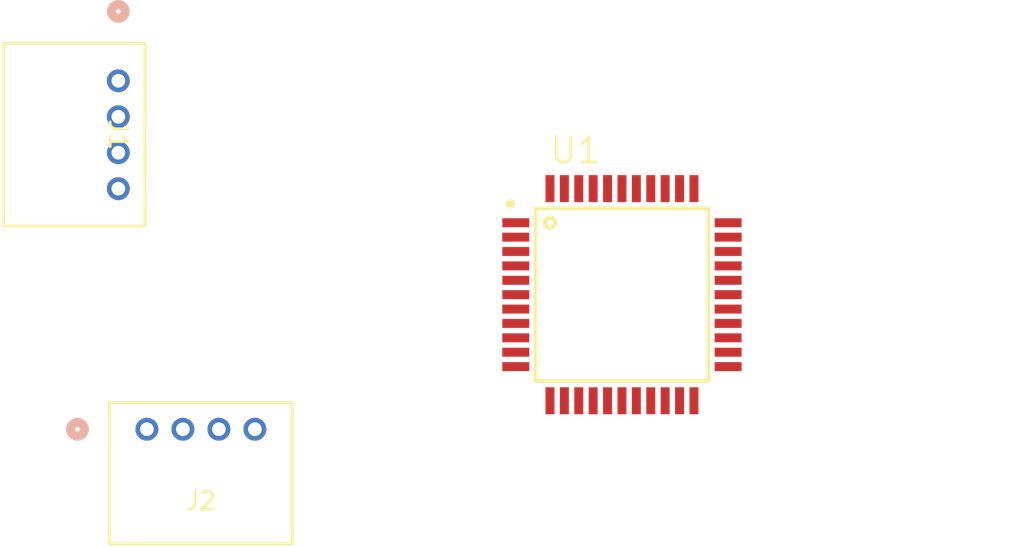
<source format=kicad_pcb>
(kicad_pcb (version 20240108) (generator "pcbnew") (generator_version "8.0")
  (layers (0 "F.Cu" signal) (31 "B.Cu" signal) (34 "B.Paste" user) (35 "F.Paste" user) (36 "B.SilkS" user "B.Silkscreen") (37 "F.SilkS" user "F.Silkscreen") (38 "B.Mask" user) (39 "F.Mask" user) (44 "Edge.Cuts" user))
  (net 0 "")
  (net 30 "GND")
  (net 32 "5 V")
  (footprint "Footprints2:QFP80P1200X1200X120-44N" (layer "F.Cu") (at 125 59.5)
    (property "Reference" "U1" (at -2.589245 -8.027135 0) (layer "F.SilkS") (effects (font (size 1.402291 1.402291))))
    (property "Value" "ATMEGA32U4-AU")
    (fp_line (start -4.8 -4.8) (end 4.8 -4.8) (stroke (width 0.2032)) (layer "F.SilkS"))
    (fp_line (start -4.8 4.8) (end -4.8 -4.8) (stroke (width 0.2032)) (layer "F.SilkS"))
    (fp_line (start 4.8 -4.8) (end 4.8 4.8) (stroke (width 0.2032)) (layer "F.SilkS"))
    (fp_line (start 4.8 4.8) (end -4.8 4.8) (stroke (width 0.2032)) (layer "F.SilkS"))
    (fp_circle (center -6.2 -5.05) (end -5.946 -5.05) (fill solid) (layer "F.SilkS"))
    (fp_circle (center -4 -4) (end -3.7173 -4) (stroke (width 0.254)) (fill none) (layer "F.SilkS"))
    (pad "1" smd rect (at -5.9 -4) (size 1.5 0.5) (layers "F.Cu" "F.Paste" "F.Mask"))
    (pad "2" smd rect (at -5.9 -3.2) (size 1.5 0.5) (layers "F.Cu" "F.Paste" "F.Mask"))
    (pad "3" smd rect (at -5.9 -2.4) (size 1.5 0.5) (layers "F.Cu" "F.Paste" "F.Mask"))
    (pad "4" smd rect (at -5.9 -1.6) (size 1.5 0.5) (layers "F.Cu" "F.Paste" "F.Mask"))
    (pad "5" smd rect (at -5.9 -0.8) (size 1.5 0.5) (layers "F.Cu" "F.Paste" "F.Mask") (net 30 "GND"))
    (pad "6" smd rect (at -5.9 0) (size 1.5 0.5) (layers "F.Cu" "F.Paste" "F.Mask"))
    (pad "7" smd rect (at -5.9 0.8) (size 1.5 0.5) (layers "F.Cu" "F.Paste" "F.Mask"))
    (pad "8" smd rect (at -5.9 1.6) (size 1.5 0.5) (layers "F.Cu" "F.Paste" "F.Mask"))
    (pad "9" smd rect (at -5.9 2.4) (size 1.5 0.5) (layers "F.Cu" "F.Paste" "F.Mask"))
    (pad "10" smd rect (at -5.9 3.2) (size 1.5 0.5) (layers "F.Cu" "F.Paste" "F.Mask"))
    (pad "11" smd rect (at -5.9 4) (size 1.5 0.5) (layers "F.Cu" "F.Paste" "F.Mask"))
    (pad "12" smd rect (at -4 5.9) (size 0.5 1.5) (layers "F.Cu" "F.Paste" "F.Mask"))
    (pad "13" smd rect (at -3.2 5.9) (size 0.5 1.5) (layers "F.Cu" "F.Paste" "F.Mask"))
    (pad "14" smd rect (at -2.4 5.9) (size 0.5 1.5) (layers "F.Cu" "F.Paste" "F.Mask") (net 32 "5 V"))
    (pad "15" smd rect (at -1.6 5.9) (size 0.5 1.5) (layers "F.Cu" "F.Paste" "F.Mask") (net 30 "GND"))
    (pad "16" smd rect (at -0.8 5.9) (size 0.5 1.5) (layers "F.Cu" "F.Paste" "F.Mask"))
    (pad "17" smd rect (at 0 5.9) (size 0.5 1.5) (layers "F.Cu" "F.Paste" "F.Mask"))
    (pad "18" smd rect (at 0.8 5.9) (size 0.5 1.5) (layers "F.Cu" "F.Paste" "F.Mask"))
    (pad "19" smd rect (at 1.6 5.9) (size 0.5 1.5) (layers "F.Cu" "F.Paste" "F.Mask"))
    (pad "20" smd rect (at 2.4 5.9) (size 0.5 1.5) (layers "F.Cu" "F.Paste" "F.Mask"))
    (pad "21" smd rect (at 3.2 5.9) (size 0.5 1.5) (layers "F.Cu" "F.Paste" "F.Mask"))
    (pad "22" smd rect (at 4 5.9) (size 0.5 1.5) (layers "F.Cu" "F.Paste" "F.Mask"))
    (pad "23" smd rect (at 5.9 4) (size 1.5 0.5) (layers "F.Cu" "F.Paste" "F.Mask") (net 30 "GND"))
    (pad "24" smd rect (at 5.9 3.2) (size 1.5 0.5) (layers "F.Cu" "F.Paste" "F.Mask"))
    (pad "25" smd rect (at 5.9 2.4) (size 1.5 0.5) (layers "F.Cu" "F.Paste" "F.Mask"))
    (pad "26" smd rect (at 5.9 1.6) (size 1.5 0.5) (layers "F.Cu" "F.Paste" "F.Mask"))
    (pad "27" smd rect (at 5.9 0.8) (size 1.5 0.5) (layers "F.Cu" "F.Paste" "F.Mask"))
    (pad "28" smd rect (at 5.9 0) (size 1.5 0.5) (layers "F.Cu" "F.Paste" "F.Mask"))
    (pad "29" smd rect (at 5.9 -0.8) (size 1.5 0.5) (layers "F.Cu" "F.Paste" "F.Mask"))
    (pad "30" smd rect (at 5.9 -1.6) (size 1.5 0.5) (layers "F.Cu" "F.Paste" "F.Mask"))
    (pad "31" smd rect (at 5.9 -2.4) (size 1.5 0.5) (layers "F.Cu" "F.Paste" "F.Mask"))
    (pad "32" smd rect (at 5.9 -3.2) (size 1.5 0.5) (layers "F.Cu" "F.Paste" "F.Mask"))
    (pad "33" smd rect (at 5.9 -4) (size 1.5 0.5) (layers "F.Cu" "F.Paste" "F.Mask"))
    (pad "34" smd rect (at 4 -5.9) (size 0.5 1.5) (layers "F.Cu" "F.Paste" "F.Mask"))
    (pad "35" smd rect (at 3.2 -5.9) (size 0.5 1.5) (layers "F.Cu" "F.Paste" "F.Mask") (net 30 "GND"))
    (pad "36" smd rect (at 2.4 -5.9) (size 0.5 1.5) (layers "F.Cu" "F.Paste" "F.Mask"))
    (pad "37" smd rect (at 1.6 -5.9) (size 0.5 1.5) (layers "F.Cu" "F.Paste" "F.Mask"))
    (pad "38" smd rect (at 0.8 -5.9) (size 0.5 1.5) (layers "F.Cu" "F.Paste" "F.Mask"))
    (pad "39" smd rect (at 0 -5.9) (size 0.5 1.5) (layers "F.Cu" "F.Paste" "F.Mask"))
    (pad "40" smd rect (at -0.8 -5.9) (size 0.5 1.5) (layers "F.Cu" "F.Paste" "F.Mask"))
    (pad "41" smd rect (at -1.6 -5.9) (size 0.5 1.5) (layers "F.Cu" "F.Paste" "F.Mask"))
    (pad "42" smd rect (at -2.4 -5.9) (size 0.5 1.5) (layers "F.Cu" "F.Paste" "F.Mask"))
    (pad "43" smd rect (at -3.2 -5.9) (size 0.5 1.5) (layers "F.Cu" "F.Paste" "F.Mask") (net 30 "GND"))
    (pad "44" smd rect (at -4 -5.9) (size 0.5 1.5) (layers "F.Cu" "F.Paste" "F.Mask"))
  )
  (footprint "Footprints:CONN_S4B-PH-K-S_JST" (layer "F.Cu") (at 97.0174 47.604901 -90)
    (property "Reference" "J1" (at 2.999999 0 -90) (layer "F.SilkS"))
    (property "Value" "S4B-PH-K-SLFSN")
    (fp_circle (center -3.858001 0) (end -3.477001 0) (stroke (width 0.508)) (fill none) (layer "B.SilkS"))
    (fp_line (start -2.080001 6.3716) (end 8.079999 6.3716) (stroke (width 0.1524)) (layer "F.SilkS"))
    (fp_line (start 8.079999 6.3716) (end 8.079999 -1.477) (stroke (width 0.1524)) (layer "F.SilkS"))
    (fp_line (start -2.080001 -1.477) (end -2.080001 6.3716) (stroke (width 0.1524)) (layer "F.SilkS"))
    (fp_line (start 8.079999 -1.477) (end -2.080001 -1.477) (stroke (width 0.1524)) (layer "F.SilkS"))
    (fp_circle (center -3.858001 0) (end -3.477001 0) (stroke (width 0.508)) (fill none) (layer "F.SilkS"))
    (pad "1" thru_hole circle (at 0 0 270) (size 1.27 1.27) (drill 0.762) (layers "*.Cu" "*.Mask"))
    (pad "2" thru_hole circle (at 1.999999 0 270) (size 1.27 1.27) (drill 0.762) (layers "*.Cu" "*.Mask"))
    (pad "3" thru_hole circle (at 4 0 270) (size 1.27 1.27) (drill 0.762) (layers "*.Cu" "*.Mask"))
    (pad "4" thru_hole circle (at 5.999998 0 270) (size 1.27 1.27) (drill 0.762) (layers "*.Cu" "*.Mask"))
  )
  (footprint "Footprints:CONN_S4B-PH-K-S_JST" (layer "F.Cu") (at 98.604901 66.9826)
    (property "Reference" "J2" (at 2.999998 4 0) (layer "F.SilkS"))
    (property "Value" "S4B-PH-K-SLFSN")
    (fp_circle (center -3.858001 0) (end -3.477001 0) (stroke (width 0.508)) (fill none) (layer "B.SilkS"))
    (fp_line (start -2.080001 -1.477) (end -2.080001 6.3716) (stroke (width 0.1524)) (layer "F.SilkS"))
    (fp_line (start -2.080001 6.3716) (end 8.079999 6.3716) (stroke (width 0.1524)) (layer "F.SilkS"))
    (fp_line (start 8.079999 -1.477) (end -2.080001 -1.477) (stroke (width 0.1524)) (layer "F.SilkS"))
    (fp_line (start 8.079999 6.3716) (end 8.079999 -1.477) (stroke (width 0.1524)) (layer "F.SilkS"))
    (fp_circle (center -3.858001 0) (end -3.477001 0) (stroke (width 0.508)) (fill none) (layer "F.SilkS"))
    (pad "1" thru_hole circle (at 0 0) (size 1.27 1.27) (drill 0.762) (layers "*.Cu" "*.Mask"))
    (pad "2" thru_hole circle (at 1.999999 0) (size 1.27 1.27) (drill 0.762) (layers "*.Cu" "*.Mask"))
    (pad "3" thru_hole circle (at 4 0) (size 1.27 1.27) (drill 0.762) (layers "*.Cu" "*.Mask"))
    (pad "4" thru_hole circle (at 5.999998 0) (size 1.27 1.27) (drill 0.762) (layers "*.Cu" "*.Mask"))
  )
)
</source>
